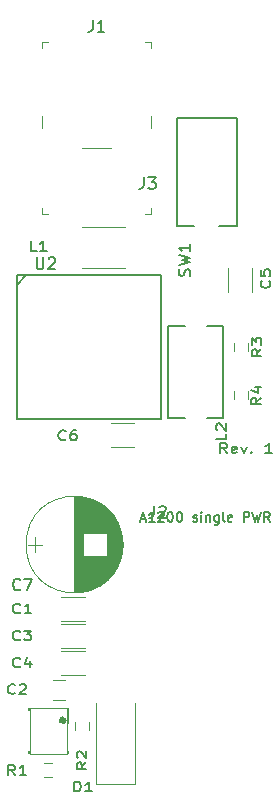
<source format=gto>
G04 #@! TF.GenerationSoftware,KiCad,Pcbnew,5.1.6*
G04 #@! TF.CreationDate,2020-08-28T18:33:43+02:00*
G04 #@! TF.ProjectId,a1200_pwr,61313230-305f-4707-9772-2e6b69636164,1*
G04 #@! TF.SameCoordinates,Original*
G04 #@! TF.FileFunction,Legend,Top*
G04 #@! TF.FilePolarity,Positive*
%FSLAX46Y46*%
G04 Gerber Fmt 4.6, Leading zero omitted, Abs format (unit mm)*
G04 Created by KiCad (PCBNEW 5.1.6) date 2020-08-28 18:33:43*
%MOMM*%
%LPD*%
G01*
G04 APERTURE LIST*
%ADD10C,0.203200*%
%ADD11C,0.150000*%
%ADD12C,0.500000*%
%ADD13C,0.100000*%
%ADD14C,0.177800*%
%ADD15C,0.120000*%
G04 APERTURE END LIST*
D10*
X152760561Y-89585195D02*
X152427228Y-89198147D01*
X152189133Y-89585195D02*
X152189133Y-88772395D01*
X152570085Y-88772395D01*
X152665323Y-88811100D01*
X152712942Y-88849804D01*
X152760561Y-88927214D01*
X152760561Y-89043328D01*
X152712942Y-89120738D01*
X152665323Y-89159442D01*
X152570085Y-89198147D01*
X152189133Y-89198147D01*
X153570085Y-89546490D02*
X153474847Y-89585195D01*
X153284371Y-89585195D01*
X153189133Y-89546490D01*
X153141514Y-89469080D01*
X153141514Y-89159442D01*
X153189133Y-89082033D01*
X153284371Y-89043328D01*
X153474847Y-89043328D01*
X153570085Y-89082033D01*
X153617704Y-89159442D01*
X153617704Y-89236852D01*
X153141514Y-89314261D01*
X153951038Y-89043328D02*
X154189133Y-89585195D01*
X154427228Y-89043328D01*
X154808180Y-89507785D02*
X154855800Y-89546490D01*
X154808180Y-89585195D01*
X154760561Y-89546490D01*
X154808180Y-89507785D01*
X154808180Y-89585195D01*
X156570085Y-89585195D02*
X155998657Y-89585195D01*
X156284371Y-89585195D02*
X156284371Y-88772395D01*
X156189133Y-88888509D01*
X156093895Y-88965919D01*
X155998657Y-89004623D01*
X145469428Y-95169566D02*
X145856476Y-95169566D01*
X145392019Y-95401795D02*
X145662952Y-94588995D01*
X145933885Y-95401795D01*
X146630571Y-95401795D02*
X146166114Y-95401795D01*
X146398342Y-95401795D02*
X146398342Y-94588995D01*
X146320933Y-94705109D01*
X146243523Y-94782519D01*
X146166114Y-94821223D01*
X146940209Y-94666404D02*
X146978914Y-94627700D01*
X147056323Y-94588995D01*
X147249847Y-94588995D01*
X147327257Y-94627700D01*
X147365961Y-94666404D01*
X147404666Y-94743814D01*
X147404666Y-94821223D01*
X147365961Y-94937338D01*
X146901504Y-95401795D01*
X147404666Y-95401795D01*
X147907828Y-94588995D02*
X147985238Y-94588995D01*
X148062647Y-94627700D01*
X148101352Y-94666404D01*
X148140057Y-94743814D01*
X148178761Y-94898633D01*
X148178761Y-95092157D01*
X148140057Y-95246976D01*
X148101352Y-95324385D01*
X148062647Y-95363090D01*
X147985238Y-95401795D01*
X147907828Y-95401795D01*
X147830419Y-95363090D01*
X147791714Y-95324385D01*
X147753009Y-95246976D01*
X147714304Y-95092157D01*
X147714304Y-94898633D01*
X147753009Y-94743814D01*
X147791714Y-94666404D01*
X147830419Y-94627700D01*
X147907828Y-94588995D01*
X148681923Y-94588995D02*
X148759333Y-94588995D01*
X148836742Y-94627700D01*
X148875447Y-94666404D01*
X148914152Y-94743814D01*
X148952857Y-94898633D01*
X148952857Y-95092157D01*
X148914152Y-95246976D01*
X148875447Y-95324385D01*
X148836742Y-95363090D01*
X148759333Y-95401795D01*
X148681923Y-95401795D01*
X148604514Y-95363090D01*
X148565809Y-95324385D01*
X148527104Y-95246976D01*
X148488400Y-95092157D01*
X148488400Y-94898633D01*
X148527104Y-94743814D01*
X148565809Y-94666404D01*
X148604514Y-94627700D01*
X148681923Y-94588995D01*
X149881771Y-95363090D02*
X149959180Y-95401795D01*
X150114000Y-95401795D01*
X150191409Y-95363090D01*
X150230114Y-95285680D01*
X150230114Y-95246976D01*
X150191409Y-95169566D01*
X150114000Y-95130861D01*
X149997885Y-95130861D01*
X149920476Y-95092157D01*
X149881771Y-95014747D01*
X149881771Y-94976042D01*
X149920476Y-94898633D01*
X149997885Y-94859928D01*
X150114000Y-94859928D01*
X150191409Y-94898633D01*
X150578457Y-95401795D02*
X150578457Y-94859928D01*
X150578457Y-94588995D02*
X150539752Y-94627700D01*
X150578457Y-94666404D01*
X150617161Y-94627700D01*
X150578457Y-94588995D01*
X150578457Y-94666404D01*
X150965504Y-94859928D02*
X150965504Y-95401795D01*
X150965504Y-94937338D02*
X151004209Y-94898633D01*
X151081619Y-94859928D01*
X151197733Y-94859928D01*
X151275142Y-94898633D01*
X151313847Y-94976042D01*
X151313847Y-95401795D01*
X152049238Y-94859928D02*
X152049238Y-95517909D01*
X152010533Y-95595319D01*
X151971828Y-95634023D01*
X151894419Y-95672728D01*
X151778304Y-95672728D01*
X151700895Y-95634023D01*
X152049238Y-95363090D02*
X151971828Y-95401795D01*
X151817009Y-95401795D01*
X151739600Y-95363090D01*
X151700895Y-95324385D01*
X151662190Y-95246976D01*
X151662190Y-95014747D01*
X151700895Y-94937338D01*
X151739600Y-94898633D01*
X151817009Y-94859928D01*
X151971828Y-94859928D01*
X152049238Y-94898633D01*
X152552400Y-95401795D02*
X152474990Y-95363090D01*
X152436285Y-95285680D01*
X152436285Y-94588995D01*
X153171676Y-95363090D02*
X153094266Y-95401795D01*
X152939447Y-95401795D01*
X152862038Y-95363090D01*
X152823333Y-95285680D01*
X152823333Y-94976042D01*
X152862038Y-94898633D01*
X152939447Y-94859928D01*
X153094266Y-94859928D01*
X153171676Y-94898633D01*
X153210380Y-94976042D01*
X153210380Y-95053452D01*
X152823333Y-95130861D01*
X154178000Y-95401795D02*
X154178000Y-94588995D01*
X154487638Y-94588995D01*
X154565047Y-94627700D01*
X154603752Y-94666404D01*
X154642457Y-94743814D01*
X154642457Y-94859928D01*
X154603752Y-94937338D01*
X154565047Y-94976042D01*
X154487638Y-95014747D01*
X154178000Y-95014747D01*
X154913390Y-94588995D02*
X155106914Y-95401795D01*
X155261733Y-94821223D01*
X155416552Y-95401795D01*
X155610076Y-94588995D01*
X156384171Y-95401795D02*
X156113238Y-95014747D01*
X155919714Y-95401795D02*
X155919714Y-94588995D01*
X156229352Y-94588995D01*
X156306761Y-94627700D01*
X156345466Y-94666404D01*
X156384171Y-94743814D01*
X156384171Y-94859928D01*
X156345466Y-94937338D01*
X156306761Y-94976042D01*
X156229352Y-95014747D01*
X155919714Y-95014747D01*
D11*
X134938100Y-86713100D02*
X147138100Y-86713100D01*
X147138100Y-86713100D02*
X147138100Y-74523100D01*
X134938100Y-74523100D02*
X147138100Y-74523100D01*
X134938100Y-86713100D02*
X134938100Y-74523100D01*
X134958100Y-75333100D02*
X135758100Y-74533100D01*
D12*
X138919900Y-112229900D02*
G75*
G03*
X138919900Y-112229900I-90000J0D01*
G01*
D13*
X136079900Y-111143500D02*
X136079900Y-115043500D01*
X139179900Y-111143500D02*
X139179900Y-115043500D01*
X136079900Y-115043500D02*
X139179900Y-115043500D01*
X136079900Y-111143500D02*
X139179900Y-111143500D01*
D14*
X135954900Y-111193500D02*
X135954900Y-111393500D01*
X135954900Y-114793500D02*
X135954900Y-114993500D01*
X139304900Y-114793500D02*
X139304900Y-114993500D01*
X139304900Y-111193500D02*
X139304900Y-112493500D01*
D11*
X148562000Y-61240800D02*
X148562000Y-70334000D01*
X148562000Y-70334000D02*
X149959000Y-70334000D01*
X153642000Y-70334000D02*
X152118000Y-70334000D01*
X153642000Y-70334000D02*
X153642000Y-61240800D01*
X153642000Y-61240800D02*
X148562000Y-61240800D01*
D13*
X146302000Y-69386600D02*
X145802000Y-69386600D01*
X146302000Y-69386600D02*
X146302000Y-68886600D01*
X137102000Y-69386600D02*
X137602000Y-69386600D01*
X137102000Y-69386600D02*
X137102000Y-68886600D01*
X140502000Y-63786600D02*
X142902000Y-63786600D01*
X137102000Y-54786600D02*
X137102000Y-55286600D01*
X137102000Y-54786600D02*
X137602000Y-54786600D01*
X146302000Y-54786600D02*
X145802000Y-54786600D01*
X146302000Y-54786600D02*
X146302000Y-55286600D01*
X137102000Y-62086600D02*
X137102000Y-61086600D01*
X146302000Y-62086600D02*
X146302000Y-61086600D01*
D15*
X136487100Y-96695500D02*
X136487100Y-97995500D01*
X135887100Y-97345500D02*
X137087100Y-97345500D01*
X143918100Y-97099500D02*
X143918100Y-97591500D01*
X143878100Y-96747500D02*
X143878100Y-97943500D01*
X143838100Y-96531500D02*
X143838100Y-98159500D01*
X143798100Y-96362500D02*
X143798100Y-98328500D01*
X143758100Y-96218500D02*
X143758100Y-98472500D01*
X143718100Y-96091500D02*
X143718100Y-98599500D01*
X143678100Y-95976500D02*
X143678100Y-98714500D01*
X143638100Y-95872500D02*
X143638100Y-98818500D01*
X143598100Y-95775500D02*
X143598100Y-98915500D01*
X143558100Y-95685500D02*
X143558100Y-99005500D01*
X143518100Y-95600500D02*
X143518100Y-99090500D01*
X143478100Y-95519500D02*
X143478100Y-99171500D01*
X143438100Y-95443500D02*
X143438100Y-99247500D01*
X143398100Y-95371500D02*
X143398100Y-99319500D01*
X143358100Y-95302500D02*
X143358100Y-99388500D01*
X143318100Y-95236500D02*
X143318100Y-99454500D01*
X143278100Y-95172500D02*
X143278100Y-99518500D01*
X143238100Y-95111500D02*
X143238100Y-99579500D01*
X143198100Y-95052500D02*
X143198100Y-99638500D01*
X143158100Y-94996500D02*
X143158100Y-99694500D01*
X143118100Y-94941500D02*
X143118100Y-99749500D01*
X143078100Y-94888500D02*
X143078100Y-99802500D01*
X143038100Y-94837500D02*
X143038100Y-99853500D01*
X142998100Y-94788500D02*
X142998100Y-99902500D01*
X142958100Y-94740500D02*
X142958100Y-99950500D01*
X142918100Y-94693500D02*
X142918100Y-99997500D01*
X142878100Y-94648500D02*
X142878100Y-100042500D01*
X142838100Y-94605500D02*
X142838100Y-100085500D01*
X142798100Y-94562500D02*
X142798100Y-100128500D01*
X142758100Y-94521500D02*
X142758100Y-100169500D01*
X142718100Y-94480500D02*
X142718100Y-100210500D01*
X142678100Y-94441500D02*
X142678100Y-100249500D01*
X142638100Y-94403500D02*
X142638100Y-100287500D01*
X142598100Y-94366500D02*
X142598100Y-100324500D01*
X142558100Y-98325500D02*
X142558100Y-100360500D01*
X142558100Y-94330500D02*
X142558100Y-96365500D01*
X142518100Y-98325500D02*
X142518100Y-100395500D01*
X142518100Y-94295500D02*
X142518100Y-96365500D01*
X142478100Y-98325500D02*
X142478100Y-100429500D01*
X142478100Y-94261500D02*
X142478100Y-96365500D01*
X142438100Y-98325500D02*
X142438100Y-100463500D01*
X142438100Y-94227500D02*
X142438100Y-96365500D01*
X142398100Y-98325500D02*
X142398100Y-100495500D01*
X142398100Y-94195500D02*
X142398100Y-96365500D01*
X142358100Y-98325500D02*
X142358100Y-100527500D01*
X142358100Y-94163500D02*
X142358100Y-96365500D01*
X142318100Y-98325500D02*
X142318100Y-100558500D01*
X142318100Y-94132500D02*
X142318100Y-96365500D01*
X142278100Y-98325500D02*
X142278100Y-100588500D01*
X142278100Y-94102500D02*
X142278100Y-96365500D01*
X142238100Y-98325500D02*
X142238100Y-100617500D01*
X142238100Y-94073500D02*
X142238100Y-96365500D01*
X142198100Y-98325500D02*
X142198100Y-100646500D01*
X142198100Y-94044500D02*
X142198100Y-96365500D01*
X142158100Y-98325500D02*
X142158100Y-100674500D01*
X142158100Y-94016500D02*
X142158100Y-96365500D01*
X142118100Y-98325500D02*
X142118100Y-100701500D01*
X142118100Y-93989500D02*
X142118100Y-96365500D01*
X142078100Y-98325500D02*
X142078100Y-100728500D01*
X142078100Y-93962500D02*
X142078100Y-96365500D01*
X142038100Y-98325500D02*
X142038100Y-100753500D01*
X142038100Y-93937500D02*
X142038100Y-96365500D01*
X141998100Y-98325500D02*
X141998100Y-100779500D01*
X141998100Y-93911500D02*
X141998100Y-96365500D01*
X141958100Y-98325500D02*
X141958100Y-100803500D01*
X141958100Y-93887500D02*
X141958100Y-96365500D01*
X141918100Y-98325500D02*
X141918100Y-100827500D01*
X141918100Y-93863500D02*
X141918100Y-96365500D01*
X141878100Y-98325500D02*
X141878100Y-100850500D01*
X141878100Y-93840500D02*
X141878100Y-96365500D01*
X141838100Y-98325500D02*
X141838100Y-100873500D01*
X141838100Y-93817500D02*
X141838100Y-96365500D01*
X141798100Y-98325500D02*
X141798100Y-100895500D01*
X141798100Y-93795500D02*
X141798100Y-96365500D01*
X141758100Y-98325500D02*
X141758100Y-100917500D01*
X141758100Y-93773500D02*
X141758100Y-96365500D01*
X141718100Y-98325500D02*
X141718100Y-100938500D01*
X141718100Y-93752500D02*
X141718100Y-96365500D01*
X141678100Y-98325500D02*
X141678100Y-100958500D01*
X141678100Y-93732500D02*
X141678100Y-96365500D01*
X141638100Y-98325500D02*
X141638100Y-100978500D01*
X141638100Y-93712500D02*
X141638100Y-96365500D01*
X141598100Y-98325500D02*
X141598100Y-100997500D01*
X141598100Y-93693500D02*
X141598100Y-96365500D01*
X141558100Y-98325500D02*
X141558100Y-101016500D01*
X141558100Y-93674500D02*
X141558100Y-96365500D01*
X141518100Y-98325500D02*
X141518100Y-101035500D01*
X141518100Y-93655500D02*
X141518100Y-96365500D01*
X141478100Y-98325500D02*
X141478100Y-101052500D01*
X141478100Y-93638500D02*
X141478100Y-96365500D01*
X141438100Y-98325500D02*
X141438100Y-101070500D01*
X141438100Y-93620500D02*
X141438100Y-96365500D01*
X141398100Y-98325500D02*
X141398100Y-101086500D01*
X141398100Y-93604500D02*
X141398100Y-96365500D01*
X141358100Y-98325500D02*
X141358100Y-101103500D01*
X141358100Y-93587500D02*
X141358100Y-96365500D01*
X141318100Y-98325500D02*
X141318100Y-101118500D01*
X141318100Y-93572500D02*
X141318100Y-96365500D01*
X141278100Y-98325500D02*
X141278100Y-101134500D01*
X141278100Y-93556500D02*
X141278100Y-96365500D01*
X141238100Y-98325500D02*
X141238100Y-101148500D01*
X141238100Y-93542500D02*
X141238100Y-96365500D01*
X141198100Y-98325500D02*
X141198100Y-101163500D01*
X141198100Y-93527500D02*
X141198100Y-96365500D01*
X141158100Y-98325500D02*
X141158100Y-101177500D01*
X141158100Y-93513500D02*
X141158100Y-96365500D01*
X141118100Y-98325500D02*
X141118100Y-101190500D01*
X141118100Y-93500500D02*
X141118100Y-96365500D01*
X141078100Y-98325500D02*
X141078100Y-101203500D01*
X141078100Y-93487500D02*
X141078100Y-96365500D01*
X141038100Y-98325500D02*
X141038100Y-101215500D01*
X141038100Y-93475500D02*
X141038100Y-96365500D01*
X140998100Y-98325500D02*
X140998100Y-101228500D01*
X140998100Y-93462500D02*
X140998100Y-96365500D01*
X140958100Y-98325500D02*
X140958100Y-101239500D01*
X140958100Y-93451500D02*
X140958100Y-96365500D01*
X140918100Y-98325500D02*
X140918100Y-101250500D01*
X140918100Y-93440500D02*
X140918100Y-96365500D01*
X140878100Y-98325500D02*
X140878100Y-101261500D01*
X140878100Y-93429500D02*
X140878100Y-96365500D01*
X140838100Y-98325500D02*
X140838100Y-101271500D01*
X140838100Y-93419500D02*
X140838100Y-96365500D01*
X140798100Y-98325500D02*
X140798100Y-101281500D01*
X140798100Y-93409500D02*
X140798100Y-96365500D01*
X140758100Y-98325500D02*
X140758100Y-101291500D01*
X140758100Y-93399500D02*
X140758100Y-96365500D01*
X140718100Y-98325500D02*
X140718100Y-101300500D01*
X140718100Y-93390500D02*
X140718100Y-96365500D01*
X140678100Y-98325500D02*
X140678100Y-101308500D01*
X140678100Y-93382500D02*
X140678100Y-96365500D01*
X140638100Y-98325500D02*
X140638100Y-101316500D01*
X140638100Y-93374500D02*
X140638100Y-96365500D01*
X140598100Y-93366500D02*
X140598100Y-101324500D01*
X140558100Y-93358500D02*
X140558100Y-101332500D01*
X140517100Y-93351500D02*
X140517100Y-101339500D01*
X140477100Y-93345500D02*
X140477100Y-101345500D01*
X140437100Y-93339500D02*
X140437100Y-101351500D01*
X140397100Y-93333500D02*
X140397100Y-101357500D01*
X140357100Y-93328500D02*
X140357100Y-101362500D01*
X140317100Y-93323500D02*
X140317100Y-101367500D01*
X140277100Y-93318500D02*
X140277100Y-101372500D01*
X140237100Y-93314500D02*
X140237100Y-101376500D01*
X140197100Y-93310500D02*
X140197100Y-101380500D01*
X140157100Y-93307500D02*
X140157100Y-101383500D01*
X140117100Y-93304500D02*
X140117100Y-101386500D01*
X140077100Y-93302500D02*
X140077100Y-101388500D01*
X140037100Y-93299500D02*
X140037100Y-101391500D01*
X139997100Y-93298500D02*
X139997100Y-101392500D01*
X139957100Y-93296500D02*
X139957100Y-101394500D01*
X139917100Y-93295500D02*
X139917100Y-101395500D01*
X139877100Y-93295500D02*
X139877100Y-101395500D01*
X139837100Y-93295500D02*
X139837100Y-101395500D01*
X143927100Y-97345500D02*
G75*
G03*
X143927100Y-97345500I-4090000J0D01*
G01*
D11*
X147737400Y-78853200D02*
X147737400Y-86653200D01*
X149239400Y-78853200D02*
X147739400Y-78853200D01*
X152439400Y-78853200D02*
X151039400Y-78853200D01*
X152442400Y-86653200D02*
X152442400Y-78853200D01*
X151039400Y-86653200D02*
X152442400Y-86653200D01*
X147737400Y-86653200D02*
X149239400Y-86653200D01*
D15*
X152802400Y-73942700D02*
X152802400Y-75942700D01*
X154842400Y-75942700D02*
X154842400Y-73942700D01*
X144916400Y-87054500D02*
X142916400Y-87054500D01*
X142916400Y-89094500D02*
X144916400Y-89094500D01*
X154536700Y-84359000D02*
X154536700Y-85059000D01*
X153336700Y-85059000D02*
X153336700Y-84359000D01*
X154511300Y-80244200D02*
X154511300Y-80944200D01*
X153311300Y-80944200D02*
X153311300Y-80244200D01*
X140490800Y-73942200D02*
X144090800Y-73942200D01*
X144090800Y-70482200D02*
X140490800Y-70482200D01*
X141049300Y-112349800D02*
X141049300Y-113049800D01*
X139849300Y-113049800D02*
X139849300Y-112349800D01*
X137967200Y-117020900D02*
X137267200Y-117020900D01*
X137267200Y-115820900D02*
X137967200Y-115820900D01*
X141644100Y-117633200D02*
X141644100Y-110733200D01*
X144944100Y-117633200D02*
X144944100Y-110733200D01*
X141644100Y-117633200D02*
X144944100Y-117633200D01*
X138725400Y-108398500D02*
X140725400Y-108398500D01*
X140725400Y-106358500D02*
X138725400Y-106358500D01*
X138738100Y-106112500D02*
X140738100Y-106112500D01*
X140738100Y-104072500D02*
X138738100Y-104072500D01*
X138057000Y-110489100D02*
X139057000Y-110489100D01*
X139057000Y-108789100D02*
X138057000Y-108789100D01*
X138738100Y-103813800D02*
X140738100Y-103813800D01*
X140738100Y-101773800D02*
X138738100Y-101773800D01*
D11*
X136646195Y-73035480D02*
X136646195Y-73845004D01*
X136693814Y-73940242D01*
X136741433Y-73987861D01*
X136836671Y-74035480D01*
X137027147Y-74035480D01*
X137122385Y-73987861D01*
X137170004Y-73940242D01*
X137217623Y-73845004D01*
X137217623Y-73035480D01*
X137646195Y-73130719D02*
X137693814Y-73083100D01*
X137789052Y-73035480D01*
X138027147Y-73035480D01*
X138122385Y-73083100D01*
X138170004Y-73130719D01*
X138217623Y-73225957D01*
X138217623Y-73321195D01*
X138170004Y-73464052D01*
X137598576Y-74035480D01*
X138217623Y-74035480D01*
X149601761Y-74588333D02*
X149649380Y-74445476D01*
X149649380Y-74207380D01*
X149601761Y-74112142D01*
X149554142Y-74064523D01*
X149458904Y-74016904D01*
X149363666Y-74016904D01*
X149268428Y-74064523D01*
X149220809Y-74112142D01*
X149173190Y-74207380D01*
X149125571Y-74397857D01*
X149077952Y-74493095D01*
X149030333Y-74540714D01*
X148935095Y-74588333D01*
X148839857Y-74588333D01*
X148744619Y-74540714D01*
X148697000Y-74493095D01*
X148649380Y-74397857D01*
X148649380Y-74159761D01*
X148697000Y-74016904D01*
X148649380Y-73683571D02*
X149649380Y-73445476D01*
X148935095Y-73255000D01*
X149649380Y-73064523D01*
X148649380Y-72826428D01*
X149649380Y-71921666D02*
X149649380Y-72493095D01*
X149649380Y-72207380D02*
X148649380Y-72207380D01*
X148792238Y-72302619D01*
X148887476Y-72397857D01*
X148935095Y-72493095D01*
X145716666Y-66230380D02*
X145716666Y-66944666D01*
X145669047Y-67087523D01*
X145573809Y-67182761D01*
X145430952Y-67230380D01*
X145335714Y-67230380D01*
X146097619Y-66230380D02*
X146716666Y-66230380D01*
X146383333Y-66611333D01*
X146526190Y-66611333D01*
X146621428Y-66658952D01*
X146669047Y-66706571D01*
X146716666Y-66801809D01*
X146716666Y-67039904D01*
X146669047Y-67135142D01*
X146621428Y-67182761D01*
X146526190Y-67230380D01*
X146240476Y-67230380D01*
X146145238Y-67182761D01*
X146097619Y-67135142D01*
X146566666Y-94083880D02*
X146566666Y-94798166D01*
X146519047Y-94941023D01*
X146423809Y-95036261D01*
X146280952Y-95083880D01*
X146185714Y-95083880D01*
X146995238Y-94179119D02*
X147042857Y-94131500D01*
X147138095Y-94083880D01*
X147376190Y-94083880D01*
X147471428Y-94131500D01*
X147519047Y-94179119D01*
X147566666Y-94274357D01*
X147566666Y-94369595D01*
X147519047Y-94512452D01*
X146947619Y-95083880D01*
X147566666Y-95083880D01*
X141368666Y-52938980D02*
X141368666Y-53653266D01*
X141321047Y-53796123D01*
X141225809Y-53891361D01*
X141082952Y-53938980D01*
X140987714Y-53938980D01*
X142368666Y-53938980D02*
X141797238Y-53938980D01*
X142082952Y-53938980D02*
X142082952Y-52938980D01*
X141987714Y-53081838D01*
X141892476Y-53177076D01*
X141797238Y-53224695D01*
X135266133Y-101131642D02*
X135218514Y-101179261D01*
X135075657Y-101226880D01*
X134980419Y-101226880D01*
X134837561Y-101179261D01*
X134742323Y-101084023D01*
X134694704Y-100988785D01*
X134647085Y-100798309D01*
X134647085Y-100655452D01*
X134694704Y-100464976D01*
X134742323Y-100369738D01*
X134837561Y-100274500D01*
X134980419Y-100226880D01*
X135075657Y-100226880D01*
X135218514Y-100274500D01*
X135266133Y-100322119D01*
X135599466Y-100226880D02*
X136266133Y-100226880D01*
X135837561Y-101226880D01*
D10*
X152640695Y-87949066D02*
X152640695Y-88425257D01*
X151827895Y-88425257D01*
X151905304Y-87663352D02*
X151866600Y-87615733D01*
X151827895Y-87520495D01*
X151827895Y-87282400D01*
X151866600Y-87187161D01*
X151905304Y-87139542D01*
X151982714Y-87091923D01*
X152060123Y-87091923D01*
X152176238Y-87139542D01*
X152640695Y-87710971D01*
X152640695Y-87091923D01*
X156347885Y-74995066D02*
X156386590Y-75042685D01*
X156425295Y-75185542D01*
X156425295Y-75280780D01*
X156386590Y-75423638D01*
X156309180Y-75518876D01*
X156231771Y-75566495D01*
X156076952Y-75614114D01*
X155960838Y-75614114D01*
X155806019Y-75566495D01*
X155728609Y-75518876D01*
X155651200Y-75423638D01*
X155612495Y-75280780D01*
X155612495Y-75185542D01*
X155651200Y-75042685D01*
X155689904Y-74995066D01*
X155612495Y-74090304D02*
X155612495Y-74566495D01*
X155999542Y-74614114D01*
X155960838Y-74566495D01*
X155922133Y-74471257D01*
X155922133Y-74233161D01*
X155960838Y-74137923D01*
X155999542Y-74090304D01*
X156076952Y-74042685D01*
X156270476Y-74042685D01*
X156347885Y-74090304D01*
X156386590Y-74137923D01*
X156425295Y-74233161D01*
X156425295Y-74471257D01*
X156386590Y-74566495D01*
X156347885Y-74614114D01*
X139101533Y-88415585D02*
X139053914Y-88454290D01*
X138911057Y-88492995D01*
X138815819Y-88492995D01*
X138672961Y-88454290D01*
X138577723Y-88376880D01*
X138530104Y-88299471D01*
X138482485Y-88144652D01*
X138482485Y-88028538D01*
X138530104Y-87873719D01*
X138577723Y-87796309D01*
X138672961Y-87718900D01*
X138815819Y-87680195D01*
X138911057Y-87680195D01*
X139053914Y-87718900D01*
X139101533Y-87757604D01*
X139958676Y-87680195D02*
X139768200Y-87680195D01*
X139672961Y-87718900D01*
X139625342Y-87757604D01*
X139530104Y-87873719D01*
X139482485Y-88028538D01*
X139482485Y-88338176D01*
X139530104Y-88415585D01*
X139577723Y-88454290D01*
X139672961Y-88492995D01*
X139863438Y-88492995D01*
X139958676Y-88454290D01*
X140006295Y-88415585D01*
X140053914Y-88338176D01*
X140053914Y-88144652D01*
X140006295Y-88067242D01*
X139958676Y-88028538D01*
X139863438Y-87989833D01*
X139672961Y-87989833D01*
X139577723Y-88028538D01*
X139530104Y-88067242D01*
X139482485Y-88144652D01*
X155637895Y-84901066D02*
X155250847Y-85234400D01*
X155637895Y-85472495D02*
X154825095Y-85472495D01*
X154825095Y-85091542D01*
X154863800Y-84996304D01*
X154902504Y-84948685D01*
X154979914Y-84901066D01*
X155096028Y-84901066D01*
X155173438Y-84948685D01*
X155212142Y-84996304D01*
X155250847Y-85091542D01*
X155250847Y-85472495D01*
X155096028Y-84043923D02*
X155637895Y-84043923D01*
X154786390Y-84282019D02*
X155366961Y-84520114D01*
X155366961Y-83901066D01*
X155675995Y-80786266D02*
X155288947Y-81119600D01*
X155675995Y-81357695D02*
X154863195Y-81357695D01*
X154863195Y-80976742D01*
X154901900Y-80881504D01*
X154940604Y-80833885D01*
X155018014Y-80786266D01*
X155134128Y-80786266D01*
X155211538Y-80833885D01*
X155250242Y-80881504D01*
X155288947Y-80976742D01*
X155288947Y-81357695D01*
X154863195Y-80452933D02*
X154863195Y-79833885D01*
X155172833Y-80167219D01*
X155172833Y-80024361D01*
X155211538Y-79929123D01*
X155250242Y-79881504D01*
X155327652Y-79833885D01*
X155521176Y-79833885D01*
X155598585Y-79881504D01*
X155637290Y-79929123D01*
X155675995Y-80024361D01*
X155675995Y-80310076D01*
X155637290Y-80405314D01*
X155598585Y-80452933D01*
X136637733Y-72465595D02*
X136161542Y-72465595D01*
X136161542Y-71652795D01*
X137494876Y-72465595D02*
X136923447Y-72465595D01*
X137209161Y-72465595D02*
X137209161Y-71652795D01*
X137113923Y-71768909D01*
X137018685Y-71846319D01*
X136923447Y-71885023D01*
X140842395Y-115787466D02*
X140455347Y-116120800D01*
X140842395Y-116358895D02*
X140029595Y-116358895D01*
X140029595Y-115977942D01*
X140068300Y-115882704D01*
X140107004Y-115835085D01*
X140184414Y-115787466D01*
X140300528Y-115787466D01*
X140377938Y-115835085D01*
X140416642Y-115882704D01*
X140455347Y-115977942D01*
X140455347Y-116358895D01*
X140107004Y-115406514D02*
X140068300Y-115358895D01*
X140029595Y-115263657D01*
X140029595Y-115025561D01*
X140068300Y-114930323D01*
X140107004Y-114882704D01*
X140184414Y-114835085D01*
X140261823Y-114835085D01*
X140377938Y-114882704D01*
X140842395Y-115454133D01*
X140842395Y-114835085D01*
X134821633Y-116826695D02*
X134488300Y-116439647D01*
X134250204Y-116826695D02*
X134250204Y-116013895D01*
X134631157Y-116013895D01*
X134726395Y-116052600D01*
X134774014Y-116091304D01*
X134821633Y-116168714D01*
X134821633Y-116284828D01*
X134774014Y-116362238D01*
X134726395Y-116400942D01*
X134631157Y-116439647D01*
X134250204Y-116439647D01*
X135774014Y-116826695D02*
X135202585Y-116826695D01*
X135488300Y-116826695D02*
X135488300Y-116013895D01*
X135393061Y-116130009D01*
X135297823Y-116207419D01*
X135202585Y-116246123D01*
X139812804Y-118249095D02*
X139812804Y-117436295D01*
X140050900Y-117436295D01*
X140193757Y-117475000D01*
X140288995Y-117552409D01*
X140336614Y-117629819D01*
X140384233Y-117784638D01*
X140384233Y-117900752D01*
X140336614Y-118055571D01*
X140288995Y-118132980D01*
X140193757Y-118210390D01*
X140050900Y-118249095D01*
X139812804Y-118249095D01*
X141336614Y-118249095D02*
X140765185Y-118249095D01*
X141050900Y-118249095D02*
X141050900Y-117436295D01*
X140955661Y-117552409D01*
X140860423Y-117629819D01*
X140765185Y-117668523D01*
X135240733Y-107668785D02*
X135193114Y-107707490D01*
X135050257Y-107746195D01*
X134955019Y-107746195D01*
X134812161Y-107707490D01*
X134716923Y-107630080D01*
X134669304Y-107552671D01*
X134621685Y-107397852D01*
X134621685Y-107281738D01*
X134669304Y-107126919D01*
X134716923Y-107049509D01*
X134812161Y-106972100D01*
X134955019Y-106933395D01*
X135050257Y-106933395D01*
X135193114Y-106972100D01*
X135240733Y-107010804D01*
X136097876Y-107204328D02*
X136097876Y-107746195D01*
X135859780Y-106894690D02*
X135621685Y-107475261D01*
X136240733Y-107475261D01*
X135240733Y-105376435D02*
X135193114Y-105415140D01*
X135050257Y-105453845D01*
X134955019Y-105453845D01*
X134812161Y-105415140D01*
X134716923Y-105337730D01*
X134669304Y-105260321D01*
X134621685Y-105105502D01*
X134621685Y-104989388D01*
X134669304Y-104834569D01*
X134716923Y-104757159D01*
X134812161Y-104679750D01*
X134955019Y-104641045D01*
X135050257Y-104641045D01*
X135193114Y-104679750D01*
X135240733Y-104718454D01*
X135574066Y-104641045D02*
X136193114Y-104641045D01*
X135859780Y-104950683D01*
X136002638Y-104950683D01*
X136097876Y-104989388D01*
X136145495Y-105028092D01*
X136193114Y-105105502D01*
X136193114Y-105299026D01*
X136145495Y-105376435D01*
X136097876Y-105415140D01*
X136002638Y-105453845D01*
X135716923Y-105453845D01*
X135621685Y-105415140D01*
X135574066Y-105376435D01*
X134821633Y-109916685D02*
X134774014Y-109955390D01*
X134631157Y-109994095D01*
X134535919Y-109994095D01*
X134393061Y-109955390D01*
X134297823Y-109877980D01*
X134250204Y-109800571D01*
X134202585Y-109645752D01*
X134202585Y-109529638D01*
X134250204Y-109374819D01*
X134297823Y-109297409D01*
X134393061Y-109220000D01*
X134535919Y-109181295D01*
X134631157Y-109181295D01*
X134774014Y-109220000D01*
X134821633Y-109258704D01*
X135202585Y-109258704D02*
X135250204Y-109220000D01*
X135345442Y-109181295D01*
X135583538Y-109181295D01*
X135678776Y-109220000D01*
X135726395Y-109258704D01*
X135774014Y-109336114D01*
X135774014Y-109413523D01*
X135726395Y-109529638D01*
X135154966Y-109994095D01*
X135774014Y-109994095D01*
X135240733Y-103084085D02*
X135193114Y-103122790D01*
X135050257Y-103161495D01*
X134955019Y-103161495D01*
X134812161Y-103122790D01*
X134716923Y-103045380D01*
X134669304Y-102967971D01*
X134621685Y-102813152D01*
X134621685Y-102697038D01*
X134669304Y-102542219D01*
X134716923Y-102464809D01*
X134812161Y-102387400D01*
X134955019Y-102348695D01*
X135050257Y-102348695D01*
X135193114Y-102387400D01*
X135240733Y-102426104D01*
X136193114Y-103161495D02*
X135621685Y-103161495D01*
X135907400Y-103161495D02*
X135907400Y-102348695D01*
X135812161Y-102464809D01*
X135716923Y-102542219D01*
X135621685Y-102580923D01*
M02*

</source>
